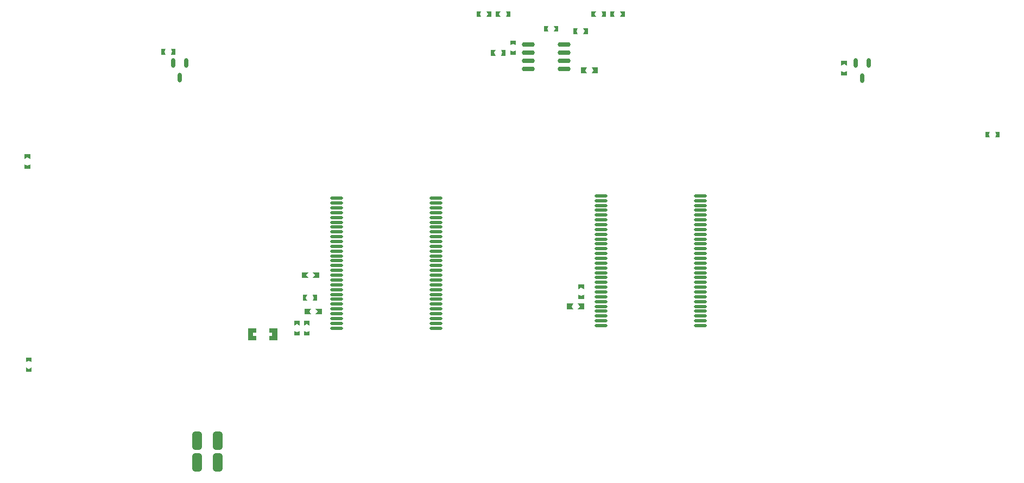
<source format=gbp>
G04*
G04 #@! TF.GenerationSoftware,Altium Limited,Altium Designer,18.1.1 (9)*
G04*
G04 Layer_Color=128*
%FSLAX24Y24*%
%MOIN*%
G70*
G01*
G75*
%ADD38O,0.0787X0.0197*%
%ADD43O,0.0281X0.0591*%
%ADD44O,0.0800X0.0295*%
G04:AMPARAMS|DCode=45|XSize=110.2mil|YSize=59.1mil|CornerRadius=14.8mil|HoleSize=0mil|Usage=FLASHONLY|Rotation=270.000|XOffset=0mil|YOffset=0mil|HoleType=Round|Shape=RoundedRectangle|*
%AMROUNDEDRECTD45*
21,1,0.1102,0.0295,0,0,270.0*
21,1,0.0807,0.0591,0,0,270.0*
1,1,0.0295,-0.0148,-0.0404*
1,1,0.0295,-0.0148,0.0404*
1,1,0.0295,0.0148,0.0404*
1,1,0.0295,0.0148,-0.0404*
%
%ADD45ROUNDEDRECTD45*%
G36*
X39882Y47480D02*
X39961Y47303D01*
X39685D01*
Y47657D01*
X39961D01*
X39882Y47480D01*
D02*
G37*
G36*
X39400Y47303D02*
X39124D01*
X39203Y47480D01*
X39124Y47657D01*
X39400D01*
Y47303D01*
D02*
G37*
G36*
X38711Y47480D02*
X38790Y47303D01*
X38514D01*
Y47657D01*
X38790D01*
X38711Y47480D01*
D02*
G37*
G36*
X20020Y45000D02*
X19744D01*
X19823Y45177D01*
X19744Y45354D01*
X20020D01*
Y45000D01*
D02*
G37*
G36*
X19331Y45177D02*
X19410Y45000D01*
X19134D01*
Y45354D01*
X19410D01*
X19331Y45177D01*
D02*
G37*
G36*
X39587Y45108D02*
X39666Y44931D01*
X39390D01*
Y45285D01*
X39666D01*
X39587Y45108D01*
D02*
G37*
G36*
X11093Y38593D02*
X10915Y38671D01*
X10738Y38593D01*
Y38868D01*
X11093D01*
Y38593D01*
D02*
G37*
G36*
Y37983D02*
X10738D01*
Y38258D01*
X10915Y38179D01*
X11093Y38258D01*
Y37983D01*
D02*
G37*
G36*
X28839Y31270D02*
X28445D01*
X28563Y31447D01*
X28445Y31624D01*
X28839D01*
Y31270D01*
D02*
G37*
G36*
X28051Y31447D02*
X28169Y31270D01*
X27776D01*
Y31624D01*
X28169D01*
X28051Y31447D01*
D02*
G37*
G36*
X28710Y29882D02*
X28435D01*
X28514Y30059D01*
X28435Y30236D01*
X28710D01*
Y29882D01*
D02*
G37*
G36*
X28022Y30059D02*
X28100Y29882D01*
X27825D01*
Y30236D01*
X28100D01*
X28022Y30059D01*
D02*
G37*
G36*
X29016Y29035D02*
X28622D01*
X28740Y29213D01*
X28622Y29390D01*
X29016D01*
Y29035D01*
D02*
G37*
G36*
X28228Y29213D02*
X28346Y29035D01*
X27953D01*
Y29390D01*
X28346D01*
X28228Y29213D01*
D02*
G37*
G36*
X28248Y28366D02*
X28071Y28445D01*
X27894Y28366D01*
Y28641D01*
X28248D01*
Y28366D01*
D02*
G37*
G36*
X27648D02*
X27470Y28445D01*
X27293Y28366D01*
Y28641D01*
X27648D01*
Y28366D01*
D02*
G37*
G36*
X28248Y27756D02*
X27894D01*
Y28031D01*
X28071Y27953D01*
X28248Y28031D01*
Y27756D01*
D02*
G37*
G36*
X27648D02*
X27293D01*
Y28031D01*
X27470Y27953D01*
X27648Y28031D01*
Y27756D01*
D02*
G37*
G36*
X26261Y28176D02*
X26270Y28156D01*
Y27494D01*
X26261Y27473D01*
X26241Y27465D01*
X25788D01*
X25767Y27473D01*
X25758Y27494D01*
Y27697D01*
X25767Y27718D01*
X25788Y27726D01*
X25926D01*
X25946Y27735D01*
X25955Y27756D01*
Y27894D01*
X25946Y27915D01*
X25926Y27923D01*
X25788D01*
X25767Y27932D01*
X25758Y27953D01*
Y28156D01*
X25767Y28176D01*
X25788Y28185D01*
X26241D01*
X26261Y28176D01*
D02*
G37*
G36*
X24961D02*
X24970Y28156D01*
Y27953D01*
X24961Y27932D01*
X24941Y27923D01*
X24803D01*
X24782Y27915D01*
X24773Y27894D01*
Y27756D01*
X24782Y27735D01*
X24803Y27726D01*
X24941D01*
X24961Y27718D01*
X24970Y27697D01*
Y27494D01*
X24961Y27473D01*
X24941Y27465D01*
X24488D01*
X24467Y27473D01*
X24458Y27494D01*
Y28156D01*
X24467Y28176D01*
X24488Y28185D01*
X24941D01*
X24961Y28176D01*
D02*
G37*
G36*
X11181Y26112D02*
X11004Y26191D01*
X10827Y26112D01*
Y26388D01*
X11181D01*
Y26112D01*
D02*
G37*
G36*
Y25502D02*
X10827D01*
Y25778D01*
X11004Y25699D01*
X11181Y25778D01*
Y25502D01*
D02*
G37*
G36*
X47598Y47303D02*
X47323D01*
X47402Y47480D01*
X47323Y47657D01*
X47598D01*
Y47303D01*
D02*
G37*
G36*
X46910Y47480D02*
X46988Y47303D01*
X46713D01*
Y47657D01*
X46988D01*
X46910Y47480D01*
D02*
G37*
G36*
X46437Y47303D02*
X46161D01*
X46240Y47480D01*
X46161Y47657D01*
X46437D01*
Y47303D01*
D02*
G37*
G36*
X45748Y47480D02*
X45827Y47303D01*
X45551D01*
Y47657D01*
X45827D01*
X45748Y47480D01*
D02*
G37*
G36*
X40571Y47303D02*
X40295D01*
X40374Y47480D01*
X40295Y47657D01*
X40571D01*
Y47303D01*
D02*
G37*
G36*
X43523Y46407D02*
X43248D01*
X43327Y46585D01*
X43248Y46762D01*
X43523D01*
Y46407D01*
D02*
G37*
G36*
X42835Y46585D02*
X42913Y46407D01*
X42638D01*
Y46762D01*
X42913D01*
X42835Y46585D01*
D02*
G37*
G36*
X45325Y46260D02*
X45049D01*
X45128Y46437D01*
X45049Y46614D01*
X45325D01*
Y46260D01*
D02*
G37*
G36*
X44636Y46437D02*
X44715Y46260D01*
X44439D01*
Y46614D01*
X44715D01*
X44636Y46437D01*
D02*
G37*
G36*
X40915Y45581D02*
X40738Y45659D01*
X40561Y45581D01*
Y45856D01*
X40915D01*
Y45581D01*
D02*
G37*
G36*
Y44971D02*
X40561D01*
Y45246D01*
X40738Y45168D01*
X40915Y45246D01*
Y44971D01*
D02*
G37*
G36*
X40276Y44931D02*
X40000D01*
X40079Y45108D01*
X40000Y45285D01*
X40276D01*
Y44931D01*
D02*
G37*
G36*
X61240Y44331D02*
X61063Y44409D01*
X60886Y44331D01*
Y44606D01*
X61240D01*
Y44331D01*
D02*
G37*
G36*
Y43721D02*
X60886D01*
Y43996D01*
X61063Y43918D01*
X61240Y43996D01*
Y43721D01*
D02*
G37*
G36*
X45955Y43848D02*
X45561D01*
X45679Y44026D01*
X45561Y44203D01*
X45955D01*
Y43848D01*
D02*
G37*
G36*
X45167Y44026D02*
X45285Y43848D01*
X44892D01*
Y44203D01*
X45285D01*
X45167Y44026D01*
D02*
G37*
G36*
X70620Y39902D02*
X70344D01*
X70423Y40079D01*
X70344Y40256D01*
X70620D01*
Y39902D01*
D02*
G37*
G36*
X69931Y40079D02*
X70010Y39902D01*
X69734D01*
Y40256D01*
X70010D01*
X69931Y40079D01*
D02*
G37*
G36*
X45098Y30600D02*
X44921Y30679D01*
X44744Y30600D01*
Y30876D01*
X45098D01*
Y30600D01*
D02*
G37*
G36*
Y29990D02*
X44744D01*
Y30266D01*
X44921Y30187D01*
X45098Y30266D01*
Y29990D01*
D02*
G37*
G36*
X45118Y29350D02*
X44724D01*
X44843Y29528D01*
X44724Y29705D01*
X45118D01*
Y29350D01*
D02*
G37*
G36*
X44331Y29528D02*
X44449Y29350D01*
X44055D01*
Y29705D01*
X44449D01*
X44331Y29528D01*
D02*
G37*
D38*
X29900Y28200D02*
D03*
Y28495D02*
D03*
Y28791D02*
D03*
Y29086D02*
D03*
Y29381D02*
D03*
Y29676D02*
D03*
Y29972D02*
D03*
Y30267D02*
D03*
Y30562D02*
D03*
Y30857D02*
D03*
Y31153D02*
D03*
Y31448D02*
D03*
Y31743D02*
D03*
Y32039D02*
D03*
Y32334D02*
D03*
Y32629D02*
D03*
Y32924D02*
D03*
Y33220D02*
D03*
Y33515D02*
D03*
Y33810D02*
D03*
Y34106D02*
D03*
Y34401D02*
D03*
Y34696D02*
D03*
Y34991D02*
D03*
Y35287D02*
D03*
Y35582D02*
D03*
Y35877D02*
D03*
Y36172D02*
D03*
X36002Y28200D02*
D03*
Y28495D02*
D03*
Y28791D02*
D03*
Y29086D02*
D03*
Y29381D02*
D03*
Y29676D02*
D03*
Y29972D02*
D03*
Y30267D02*
D03*
Y30562D02*
D03*
Y30857D02*
D03*
Y31153D02*
D03*
Y31448D02*
D03*
Y31743D02*
D03*
Y32039D02*
D03*
Y32334D02*
D03*
Y32629D02*
D03*
Y32924D02*
D03*
Y33220D02*
D03*
Y33515D02*
D03*
Y33810D02*
D03*
Y34106D02*
D03*
Y34401D02*
D03*
Y34696D02*
D03*
Y34991D02*
D03*
Y35287D02*
D03*
Y35582D02*
D03*
Y35877D02*
D03*
Y36172D02*
D03*
X52252Y36322D02*
D03*
Y36027D02*
D03*
Y35732D02*
D03*
Y35437D02*
D03*
Y35141D02*
D03*
Y34846D02*
D03*
Y34551D02*
D03*
Y34256D02*
D03*
Y33960D02*
D03*
Y33665D02*
D03*
Y33370D02*
D03*
Y33074D02*
D03*
Y32779D02*
D03*
Y32484D02*
D03*
Y32189D02*
D03*
Y31893D02*
D03*
Y31598D02*
D03*
Y31303D02*
D03*
Y31007D02*
D03*
Y30712D02*
D03*
Y30417D02*
D03*
Y30122D02*
D03*
Y29826D02*
D03*
Y29531D02*
D03*
Y29236D02*
D03*
Y28941D02*
D03*
Y28645D02*
D03*
Y28350D02*
D03*
X46150Y36322D02*
D03*
Y36027D02*
D03*
Y35732D02*
D03*
Y35437D02*
D03*
Y35141D02*
D03*
Y34846D02*
D03*
Y34551D02*
D03*
Y34256D02*
D03*
Y33960D02*
D03*
Y33665D02*
D03*
Y33370D02*
D03*
Y33074D02*
D03*
Y32779D02*
D03*
Y32484D02*
D03*
Y32189D02*
D03*
Y31893D02*
D03*
Y31598D02*
D03*
Y31303D02*
D03*
Y31007D02*
D03*
Y30712D02*
D03*
Y30417D02*
D03*
Y30122D02*
D03*
Y29826D02*
D03*
Y29531D02*
D03*
Y29236D02*
D03*
Y28941D02*
D03*
Y28645D02*
D03*
Y28350D02*
D03*
D43*
X62172Y43563D02*
D03*
X62572Y44473D02*
D03*
X61772D02*
D03*
X20282Y43573D02*
D03*
X20682Y44483D02*
D03*
X19882D02*
D03*
D44*
X41663Y44104D02*
D03*
Y44604D02*
D03*
X43863D02*
D03*
Y44104D02*
D03*
X41663Y45604D02*
D03*
X43863D02*
D03*
X41663Y45104D02*
D03*
X43863D02*
D03*
D45*
X22598Y21280D02*
D03*
X21339D02*
D03*
X22598Y19961D02*
D03*
X21339D02*
D03*
M02*

</source>
